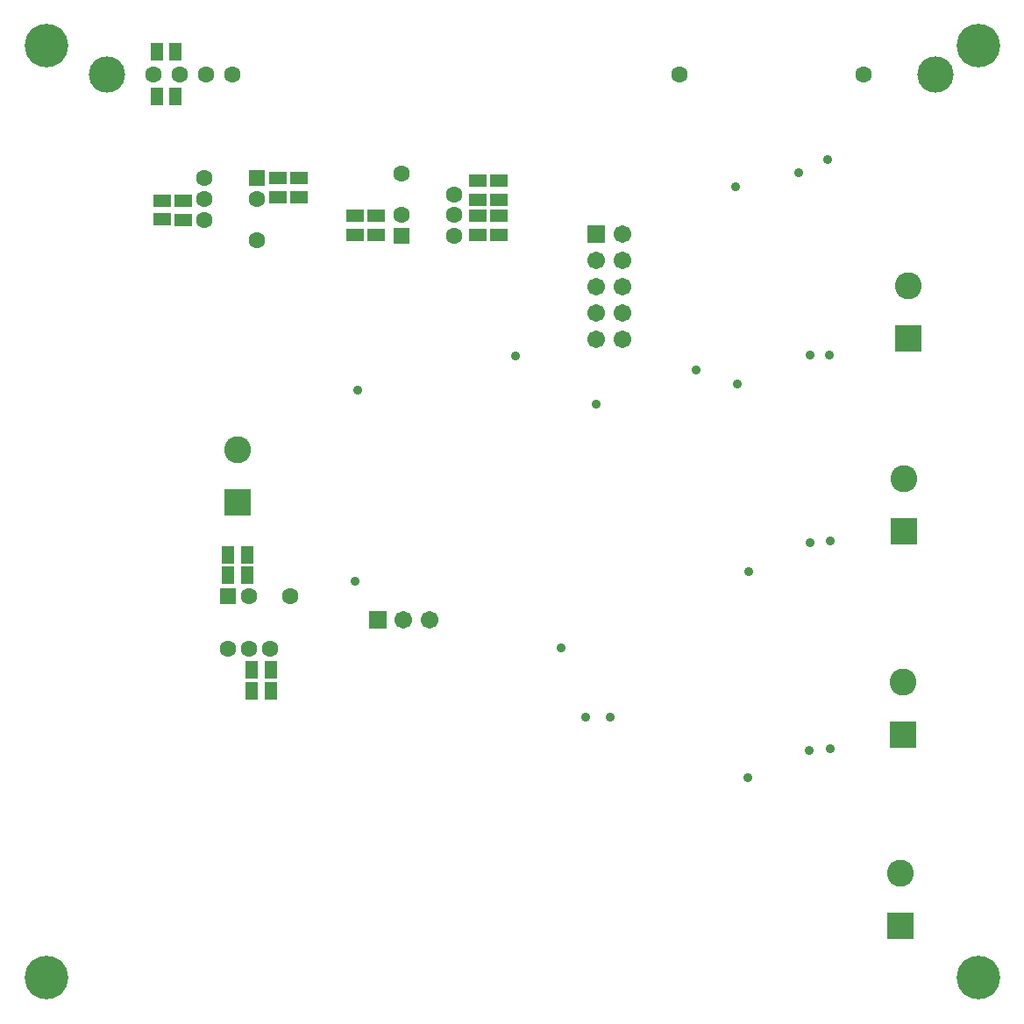
<source format=gbs>
G04*
G04 #@! TF.GenerationSoftware,Altium Limited,Altium Designer,23.11.1 (41)*
G04*
G04 Layer_Color=16711935*
%FSLAX43Y43*%
%MOMM*%
G71*
G04*
G04 #@! TF.SameCoordinates,5C86F8B5-C48D-4B9D-AEF1-1A40F40C4F51*
G04*
G04*
G04 #@! TF.FilePolarity,Negative*
G04*
G01*
G75*
%ADD19R,1.703X1.203*%
%ADD20R,1.203X1.703*%
%ADD26R,1.603X1.603*%
%ADD27C,1.603*%
%ADD28C,3.503*%
%ADD29C,2.603*%
%ADD30R,2.603X2.603*%
%ADD31C,4.203*%
%ADD32C,1.711*%
%ADD33C,1.703*%
%ADD34R,1.703X1.703*%
%ADD35R,1.711X1.711*%
%ADD36R,1.603X1.603*%
%ADD37C,0.903*%
D19*
X16231Y78236D02*
D03*
Y80086D02*
D03*
X18263Y78200D02*
D03*
Y80050D02*
D03*
X29439Y82245D02*
D03*
Y80395D02*
D03*
X27407Y82245D02*
D03*
Y80395D02*
D03*
X48699Y82011D02*
D03*
Y80161D02*
D03*
X46667Y78581D02*
D03*
Y76731D02*
D03*
X48699Y78581D02*
D03*
Y76731D02*
D03*
X46667Y82010D02*
D03*
Y80160D02*
D03*
X34856Y76731D02*
D03*
Y78581D02*
D03*
X36888Y76731D02*
D03*
Y78581D02*
D03*
D20*
X17518Y94396D02*
D03*
X15668D02*
D03*
X17518Y90078D02*
D03*
X15668D02*
D03*
X26693Y34757D02*
D03*
X24843D02*
D03*
X22557Y43901D02*
D03*
X24407D02*
D03*
X26693Y32725D02*
D03*
X24843D02*
D03*
X22557Y45806D02*
D03*
X24407D02*
D03*
D26*
X22593Y41869D02*
D03*
D27*
X24593D02*
D03*
X22593Y36789D02*
D03*
X26593D02*
D03*
X24593D02*
D03*
X28593Y41869D02*
D03*
X15323Y92237D02*
D03*
X17863D02*
D03*
X20403D02*
D03*
X22943D02*
D03*
X66123D02*
D03*
X83903D02*
D03*
X44381Y78672D02*
D03*
Y76672D02*
D03*
Y80672D02*
D03*
X39301Y82672D02*
D03*
Y78672D02*
D03*
X25375Y76209D02*
D03*
X20295Y80209D02*
D03*
Y78209D02*
D03*
Y82209D02*
D03*
X25375Y80209D02*
D03*
D28*
X10883Y92237D02*
D03*
X90883D02*
D03*
D29*
X87500Y15080D02*
D03*
X87840Y53198D02*
D03*
X87713Y33592D02*
D03*
X88221Y71805D02*
D03*
X23472Y55976D02*
D03*
D30*
X87500Y10000D02*
D03*
X87840Y48118D02*
D03*
X87713Y28512D02*
D03*
X88221Y66725D02*
D03*
X23472Y50896D02*
D03*
D31*
X5000Y95000D02*
D03*
X95000D02*
D03*
Y5000D02*
D03*
X5000D02*
D03*
D32*
X42011Y39581D02*
D03*
X39511D02*
D03*
D33*
X58093Y74252D02*
D03*
X60633Y76792D02*
D03*
X58093Y69172D02*
D03*
Y66632D02*
D03*
X60633D02*
D03*
Y69172D02*
D03*
X58093Y71712D02*
D03*
X60633D02*
D03*
Y74252D02*
D03*
D34*
X58093Y76792D02*
D03*
D35*
X37011Y39581D02*
D03*
D36*
X39301Y76672D02*
D03*
X25375Y82209D02*
D03*
D37*
X78700Y27000D02*
D03*
X50300Y65100D02*
D03*
X71711Y62311D02*
D03*
X58100Y60400D02*
D03*
X77672Y82727D02*
D03*
X80500Y84000D02*
D03*
X80663Y65163D02*
D03*
X80759Y47165D02*
D03*
X80700Y27100D02*
D03*
X35051Y61751D02*
D03*
X71600Y81400D02*
D03*
X72800Y24300D02*
D03*
X78787Y65113D02*
D03*
X78800Y47026D02*
D03*
X72854Y44246D02*
D03*
X54700Y36878D02*
D03*
X57077Y30183D02*
D03*
X59490D02*
D03*
X67745Y63711D02*
D03*
X34852Y43264D02*
D03*
M02*

</source>
